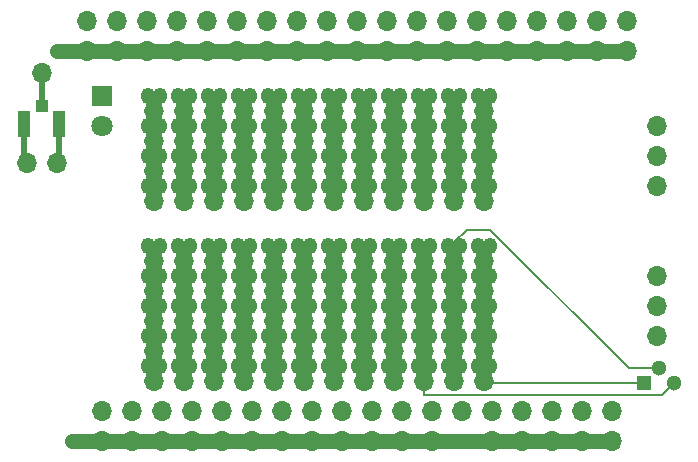
<source format=gbl>
G04 #@! TF.GenerationSoftware,KiCad,Pcbnew,5.0.2+dfsg1-1~bpo9+1*
G04 #@! TF.CreationDate,2020-03-24T03:03:07-04:00*
G04 #@! TF.ProjectId,attiny10,61747469-6e79-4313-902e-6b696361645f,0.10.a*
G04 #@! TF.SameCoordinates,Original*
G04 #@! TF.FileFunction,Copper,L2,Bot*
G04 #@! TF.FilePolarity,Positive*
%FSLAX46Y46*%
G04 Gerber Fmt 4.6, Leading zero omitted, Abs format (unit mm)*
G04 Created by KiCad (PCBNEW 5.0.2+dfsg1-1~bpo9+1) date Tue 24 Mar 2020 03:03:07 AM EDT*
%MOMM*%
%LPD*%
G01*
G04 APERTURE LIST*
G04 #@! TA.AperFunction,ComponentPad*
%ADD10O,1.700000X1.700000*%
G04 #@! TD*
G04 #@! TA.AperFunction,ComponentPad*
%ADD11O,1.200000X1.400000*%
G04 #@! TD*
G04 #@! TA.AperFunction,SMDPad,CuDef*
%ADD12R,1.050000X2.200000*%
G04 #@! TD*
G04 #@! TA.AperFunction,SMDPad,CuDef*
%ADD13R,1.000000X1.050000*%
G04 #@! TD*
G04 #@! TA.AperFunction,ComponentPad*
%ADD14C,1.800000*%
G04 #@! TD*
G04 #@! TA.AperFunction,ComponentPad*
%ADD15R,1.800000X1.800000*%
G04 #@! TD*
G04 #@! TA.AperFunction,ComponentPad*
%ADD16R,1.300000X1.300000*%
G04 #@! TD*
G04 #@! TA.AperFunction,ComponentPad*
%ADD17C,1.300000*%
G04 #@! TD*
G04 #@! TA.AperFunction,Conductor*
%ADD18C,0.406400*%
G04 #@! TD*
G04 #@! TA.AperFunction,Conductor*
%ADD19C,1.270000*%
G04 #@! TD*
G04 #@! TA.AperFunction,Conductor*
%ADD20C,0.508000*%
G04 #@! TD*
G04 #@! TA.AperFunction,Conductor*
%ADD21C,0.203200*%
G04 #@! TD*
G04 APERTURE END LIST*
D10*
G04 #@! TO.P,REF\002A\002A,1*
G04 #@! TO.N,N/C*
X85090000Y-93980000D03*
G04 #@! TD*
G04 #@! TO.P,REF\002A\002A,1*
G04 #@! TO.N,N/C*
X85090000Y-91440000D03*
G04 #@! TD*
G04 #@! TO.P,REF\002A\002A,1*
G04 #@! TO.N,N/C*
X85090000Y-88900000D03*
G04 #@! TD*
G04 #@! TO.P,REF\002A\002A,1*
G04 #@! TO.N,N/C*
X85090000Y-76200000D03*
G04 #@! TD*
G04 #@! TO.P,REF\002A\002A,1*
G04 #@! TO.N,N/C*
X85090000Y-78740000D03*
G04 #@! TD*
G04 #@! TO.P,REF\002A\002A,1*
G04 #@! TO.N,N/C*
X85090000Y-81280000D03*
G04 #@! TD*
G04 #@! TO.P,REF\002A\002A,1*
G04 #@! TO.N,N/C*
X33020000Y-71755000D03*
G04 #@! TD*
G04 #@! TO.P,REF\002A\002A,1*
G04 #@! TO.N,N/C*
X34290000Y-79375000D03*
G04 #@! TD*
G04 #@! TO.P,REF\002A\002A,1*
G04 #@! TO.N,N/C*
X31750000Y-79375000D03*
G04 #@! TD*
G04 #@! TO.P,REF\002A\002A,1*
G04 #@! TO.N,N/C*
X82550000Y-69850000D03*
G04 #@! TD*
G04 #@! TO.P,REF\002A\002A,1*
G04 #@! TO.N,N/C*
X69850000Y-67310000D03*
G04 #@! TD*
G04 #@! TO.P,REF\002A\002A,1*
G04 #@! TO.N,N/C*
X82550000Y-67310000D03*
G04 #@! TD*
G04 #@! TO.P,REF\002A\002A,1*
G04 #@! TO.N,N/C*
X72390000Y-69850000D03*
G04 #@! TD*
G04 #@! TO.P,REF\002A\002A,1*
G04 #@! TO.N,N/C*
X69850000Y-69850000D03*
G04 #@! TD*
G04 #@! TO.P,REF\002A\002A,1*
G04 #@! TO.N,N/C*
X74930000Y-67310000D03*
G04 #@! TD*
G04 #@! TO.P,REF\002A\002A,1*
G04 #@! TO.N,N/C*
X77470000Y-69850000D03*
G04 #@! TD*
G04 #@! TO.P,REF\002A\002A,1*
G04 #@! TO.N,N/C*
X77470000Y-67310000D03*
G04 #@! TD*
G04 #@! TO.P,REF\002A\002A,1*
G04 #@! TO.N,N/C*
X80010000Y-67310000D03*
G04 #@! TD*
G04 #@! TO.P,REF\002A\002A,1*
G04 #@! TO.N,N/C*
X72390000Y-67310000D03*
G04 #@! TD*
G04 #@! TO.P,REF\002A\002A,1*
G04 #@! TO.N,N/C*
X74930000Y-69850000D03*
G04 #@! TD*
G04 #@! TO.P,REF\002A\002A,1*
G04 #@! TO.N,N/C*
X80010000Y-69850000D03*
G04 #@! TD*
G04 #@! TO.P,REF\002A\002A,1*
G04 #@! TO.N,N/C*
X81280000Y-102870000D03*
G04 #@! TD*
G04 #@! TO.P,REF\002A\002A,1*
G04 #@! TO.N,N/C*
X76200000Y-102870000D03*
G04 #@! TD*
G04 #@! TO.P,REF\002A\002A,1*
G04 #@! TO.N,N/C*
X71120000Y-102870000D03*
G04 #@! TD*
G04 #@! TO.P,REF\002A\002A,1*
G04 #@! TO.N,N/C*
X78740000Y-102870000D03*
G04 #@! TD*
G04 #@! TO.P,REF\002A\002A,1*
G04 #@! TO.N,N/C*
X73660000Y-102870000D03*
G04 #@! TD*
G04 #@! TO.P,REF\002A\002A,1*
G04 #@! TO.N,N/C*
X73660000Y-100330000D03*
G04 #@! TD*
G04 #@! TO.P,REF\002A\002A,1*
G04 #@! TO.N,N/C*
X78740000Y-100330000D03*
G04 #@! TD*
G04 #@! TO.P,REF\002A\002A,1*
G04 #@! TO.N,N/C*
X81280000Y-100330000D03*
G04 #@! TD*
G04 #@! TO.P,REF\002A\002A,1*
G04 #@! TO.N,N/C*
X76200000Y-100330000D03*
G04 #@! TD*
G04 #@! TO.P,REF\002A\002A,1*
G04 #@! TO.N,N/C*
X71120000Y-100330000D03*
G04 #@! TD*
G04 #@! TO.P,REF\002A\002A,1*
G04 #@! TO.N,N/C*
X70485000Y-92710000D03*
G04 #@! TD*
G04 #@! TO.P,REF\002A\002A,1*
G04 #@! TO.N,N/C*
X70485000Y-80010000D03*
G04 #@! TD*
G04 #@! TO.P,REF\002A\002A,1*
G04 #@! TO.N,N/C*
X67945000Y-82550000D03*
G04 #@! TD*
G04 #@! TO.P,REF\002A\002A,1*
G04 #@! TO.N,N/C*
X65405000Y-82550000D03*
G04 #@! TD*
G04 #@! TO.P,REF\002A\002A,1*
G04 #@! TO.N,N/C*
X67945000Y-80010000D03*
G04 #@! TD*
G04 #@! TO.P,REF\002A\002A,1*
G04 #@! TO.N,N/C*
X67945000Y-77470000D03*
G04 #@! TD*
G04 #@! TO.P,REF\002A\002A,1*
G04 #@! TO.N,N/C*
X65405000Y-77470000D03*
G04 #@! TD*
G04 #@! TO.P,REF\002A\002A,1*
G04 #@! TO.N,N/C*
X62865000Y-80010000D03*
G04 #@! TD*
G04 #@! TO.P,REF\002A\002A,1*
G04 #@! TO.N,N/C*
X62865000Y-82550000D03*
G04 #@! TD*
G04 #@! TO.P,REF\002A\002A,1*
G04 #@! TO.N,N/C*
X62865000Y-74930000D03*
G04 #@! TD*
G04 #@! TO.P,REF\002A\002A,1*
G04 #@! TO.N,N/C*
X65405000Y-90170000D03*
G04 #@! TD*
G04 #@! TO.P,REF\002A\002A,1*
G04 #@! TO.N,N/C*
X67945000Y-74930000D03*
G04 #@! TD*
G04 #@! TO.P,REF\002A\002A,1*
G04 #@! TO.N,N/C*
X65405000Y-97790000D03*
G04 #@! TD*
G04 #@! TO.P,REF\002A\002A,1*
G04 #@! TO.N,N/C*
X62865000Y-87630000D03*
G04 #@! TD*
G04 #@! TO.P,REF\002A\002A,1*
G04 #@! TO.N,N/C*
X62865000Y-90170000D03*
G04 #@! TD*
G04 #@! TO.P,REF\002A\002A,1*
G04 #@! TO.N,N/C*
X67945000Y-95250000D03*
G04 #@! TD*
G04 #@! TO.P,REF\002A\002A,1*
G04 #@! TO.N,N/C*
X67945000Y-92710000D03*
G04 #@! TD*
G04 #@! TO.P,REF\002A\002A,1*
G04 #@! TO.N,N/C*
X70485000Y-97790000D03*
G04 #@! TD*
G04 #@! TO.P,REF\002A\002A,1*
G04 #@! TO.N,N/C*
X70485000Y-90170000D03*
G04 #@! TD*
G04 #@! TO.P,REF\002A\002A,1*
G04 #@! TO.N,N/C*
X70485000Y-74930000D03*
G04 #@! TD*
D11*
G04 #@! TO.P,P?,1*
G04 #@! TO.N,N/C*
X62330000Y-73660000D03*
G04 #@! TO.P,P?,2*
X63400000Y-73660000D03*
G04 #@! TO.P,P?,3*
X64870000Y-73660000D03*
G04 #@! TO.P,P?,4*
X65940000Y-73660000D03*
G04 #@! TO.P,P?,5*
X67410000Y-73660000D03*
G04 #@! TO.P,P?,6*
X68480000Y-73660000D03*
G04 #@! TO.P,P?,7*
X69950000Y-73660000D03*
G04 #@! TO.P,P?,8*
X71020000Y-73660000D03*
G04 #@! TD*
G04 #@! TO.P,P?,1*
G04 #@! TO.N,N/C*
X62330000Y-81280000D03*
G04 #@! TO.P,P?,2*
X63400000Y-81280000D03*
G04 #@! TO.P,P?,3*
X64870000Y-81280000D03*
G04 #@! TO.P,P?,4*
X65940000Y-81280000D03*
G04 #@! TO.P,P?,5*
X67410000Y-81280000D03*
G04 #@! TO.P,P?,6*
X68480000Y-81280000D03*
G04 #@! TO.P,P?,7*
X69950000Y-81280000D03*
G04 #@! TO.P,P?,8*
X71020000Y-81280000D03*
G04 #@! TD*
D10*
G04 #@! TO.P,REF\002A\002A,1*
G04 #@! TO.N,N/C*
X70485000Y-77470000D03*
G04 #@! TD*
G04 #@! TO.P,REF\002A\002A,1*
G04 #@! TO.N,N/C*
X70485000Y-95250000D03*
G04 #@! TD*
G04 #@! TO.P,REF\002A\002A,1*
G04 #@! TO.N,N/C*
X62865000Y-95250000D03*
G04 #@! TD*
D11*
G04 #@! TO.P,P?,1*
G04 #@! TO.N,N/C*
X62330000Y-76200000D03*
G04 #@! TO.P,P?,2*
X63400000Y-76200000D03*
G04 #@! TO.P,P?,3*
X64870000Y-76200000D03*
G04 #@! TO.P,P?,4*
X65940000Y-76200000D03*
G04 #@! TO.P,P?,5*
X67410000Y-76200000D03*
G04 #@! TO.P,P?,6*
X68480000Y-76200000D03*
G04 #@! TO.P,P?,7*
X69950000Y-76200000D03*
G04 #@! TO.P,P?,8*
X71020000Y-76200000D03*
G04 #@! TD*
D10*
G04 #@! TO.P,REF\002A\002A,1*
G04 #@! TO.N,N/C*
X62865000Y-92710000D03*
G04 #@! TD*
D11*
G04 #@! TO.P,P?,1*
G04 #@! TO.N,N/C*
X62330000Y-78740000D03*
G04 #@! TO.P,P?,2*
X63400000Y-78740000D03*
G04 #@! TO.P,P?,3*
X64870000Y-78740000D03*
G04 #@! TO.P,P?,4*
X65940000Y-78740000D03*
G04 #@! TO.P,P?,5*
X67410000Y-78740000D03*
G04 #@! TO.P,P?,6*
X68480000Y-78740000D03*
G04 #@! TO.P,P?,7*
X69950000Y-78740000D03*
G04 #@! TO.P,P?,8*
X71020000Y-78740000D03*
G04 #@! TD*
D10*
G04 #@! TO.P,REF\002A\002A,1*
G04 #@! TO.N,N/C*
X62865000Y-77470000D03*
G04 #@! TD*
G04 #@! TO.P,REF\002A\002A,1*
G04 #@! TO.N,N/C*
X65405000Y-95250000D03*
G04 #@! TD*
G04 #@! TO.P,REF\002A\002A,1*
G04 #@! TO.N,N/C*
X65405000Y-92710000D03*
G04 #@! TD*
G04 #@! TO.P,REF\002A\002A,1*
G04 #@! TO.N,N/C*
X67945000Y-97790000D03*
G04 #@! TD*
G04 #@! TO.P,REF\002A\002A,1*
G04 #@! TO.N,N/C*
X65405000Y-74930000D03*
G04 #@! TD*
G04 #@! TO.P,REF\002A\002A,1*
G04 #@! TO.N,N/C*
X62865000Y-97790000D03*
G04 #@! TD*
G04 #@! TO.P,REF\002A\002A,1*
G04 #@! TO.N,N/C*
X65405000Y-80010000D03*
G04 #@! TD*
G04 #@! TO.P,REF\002A\002A,1*
G04 #@! TO.N,N/C*
X67945000Y-90170000D03*
G04 #@! TD*
G04 #@! TO.P,REF\002A\002A,1*
G04 #@! TO.N,N/C*
X67945000Y-87630000D03*
G04 #@! TD*
D11*
G04 #@! TO.P,P?,8*
G04 #@! TO.N,N/C*
X71020000Y-88900000D03*
G04 #@! TO.P,P?,7*
X69950000Y-88900000D03*
G04 #@! TO.P,P?,6*
X68480000Y-88900000D03*
G04 #@! TO.P,P?,5*
X67410000Y-88900000D03*
G04 #@! TO.P,P?,4*
X65940000Y-88900000D03*
G04 #@! TO.P,P?,3*
X64870000Y-88900000D03*
G04 #@! TO.P,P?,2*
X63400000Y-88900000D03*
G04 #@! TO.P,P?,1*
X62330000Y-88900000D03*
G04 #@! TD*
G04 #@! TO.P,P?,8*
G04 #@! TO.N,N/C*
X71020000Y-96520000D03*
G04 #@! TO.P,P?,7*
X69950000Y-96520000D03*
G04 #@! TO.P,P?,6*
X68480000Y-96520000D03*
G04 #@! TO.P,P?,5*
X67410000Y-96520000D03*
G04 #@! TO.P,P?,4*
X65940000Y-96520000D03*
G04 #@! TO.P,P?,3*
X64870000Y-96520000D03*
G04 #@! TO.P,P?,2*
X63400000Y-96520000D03*
G04 #@! TO.P,P?,1*
X62330000Y-96520000D03*
G04 #@! TD*
G04 #@! TO.P,P?,8*
G04 #@! TO.N,N/C*
X71020000Y-86360000D03*
G04 #@! TO.P,P?,7*
X69950000Y-86360000D03*
G04 #@! TO.P,P?,6*
X68480000Y-86360000D03*
G04 #@! TO.P,P?,5*
X67410000Y-86360000D03*
G04 #@! TO.P,P?,4*
X65940000Y-86360000D03*
G04 #@! TO.P,P?,3*
X64870000Y-86360000D03*
G04 #@! TO.P,P?,2*
X63400000Y-86360000D03*
G04 #@! TO.P,P?,1*
X62330000Y-86360000D03*
G04 #@! TD*
G04 #@! TO.P,P?,8*
G04 #@! TO.N,N/C*
X71020000Y-93980000D03*
G04 #@! TO.P,P?,7*
X69950000Y-93980000D03*
G04 #@! TO.P,P?,6*
X68480000Y-93980000D03*
G04 #@! TO.P,P?,5*
X67410000Y-93980000D03*
G04 #@! TO.P,P?,4*
X65940000Y-93980000D03*
G04 #@! TO.P,P?,3*
X64870000Y-93980000D03*
G04 #@! TO.P,P?,2*
X63400000Y-93980000D03*
G04 #@! TO.P,P?,1*
X62330000Y-93980000D03*
G04 #@! TD*
D10*
G04 #@! TO.P,REF\002A\002A,1*
G04 #@! TO.N,N/C*
X70485000Y-82550000D03*
G04 #@! TD*
D11*
G04 #@! TO.P,P?,8*
G04 #@! TO.N,N/C*
X71020000Y-91440000D03*
G04 #@! TO.P,P?,7*
X69950000Y-91440000D03*
G04 #@! TO.P,P?,6*
X68480000Y-91440000D03*
G04 #@! TO.P,P?,5*
X67410000Y-91440000D03*
G04 #@! TO.P,P?,4*
X65940000Y-91440000D03*
G04 #@! TO.P,P?,3*
X64870000Y-91440000D03*
G04 #@! TO.P,P?,2*
X63400000Y-91440000D03*
G04 #@! TO.P,P?,1*
X62330000Y-91440000D03*
G04 #@! TD*
D10*
G04 #@! TO.P,REF\002A\002A,1*
G04 #@! TO.N,N/C*
X65405000Y-87630000D03*
G04 #@! TD*
G04 #@! TO.P,REF\002A\002A,1*
G04 #@! TO.N,N/C*
X70485000Y-87630000D03*
G04 #@! TD*
G04 #@! TO.P,REF\002A\002A,1*
G04 #@! TO.N,N/C*
X50165000Y-77470000D03*
G04 #@! TD*
G04 #@! TO.P,REF\002A\002A,1*
G04 #@! TO.N,N/C*
X52705000Y-82550000D03*
G04 #@! TD*
G04 #@! TO.P,REF\002A\002A,1*
G04 #@! TO.N,N/C*
X52705000Y-80010000D03*
G04 #@! TD*
G04 #@! TO.P,REF\002A\002A,1*
G04 #@! TO.N,N/C*
X57785000Y-82550000D03*
G04 #@! TD*
G04 #@! TO.P,REF\002A\002A,1*
G04 #@! TO.N,N/C*
X45085000Y-74930000D03*
G04 #@! TD*
G04 #@! TO.P,REF\002A\002A,1*
G04 #@! TO.N,N/C*
X57785000Y-74930000D03*
G04 #@! TD*
G04 #@! TO.P,REF\002A\002A,1*
G04 #@! TO.N,N/C*
X45085000Y-82550000D03*
G04 #@! TD*
G04 #@! TO.P,REF\002A\002A,1*
G04 #@! TO.N,N/C*
X42545000Y-74930000D03*
G04 #@! TD*
G04 #@! TO.P,REF\002A\002A,1*
G04 #@! TO.N,N/C*
X47625000Y-80010000D03*
G04 #@! TD*
G04 #@! TO.P,REF\002A\002A,1*
G04 #@! TO.N,N/C*
X47625000Y-77470000D03*
G04 #@! TD*
G04 #@! TO.P,REF\002A\002A,1*
G04 #@! TO.N,N/C*
X50165000Y-82550000D03*
G04 #@! TD*
G04 #@! TO.P,REF\002A\002A,1*
G04 #@! TO.N,N/C*
X50165000Y-74930000D03*
G04 #@! TD*
G04 #@! TO.P,REF\002A\002A,1*
G04 #@! TO.N,N/C*
X57785000Y-77470000D03*
G04 #@! TD*
G04 #@! TO.P,REF\002A\002A,1*
G04 #@! TO.N,N/C*
X55245000Y-77470000D03*
G04 #@! TD*
G04 #@! TO.P,REF\002A\002A,1*
G04 #@! TO.N,N/C*
X55245000Y-74930000D03*
G04 #@! TD*
G04 #@! TO.P,REF\002A\002A,1*
G04 #@! TO.N,N/C*
X50165000Y-80010000D03*
G04 #@! TD*
G04 #@! TO.P,REF\002A\002A,1*
G04 #@! TO.N,N/C*
X42545000Y-80010000D03*
G04 #@! TD*
G04 #@! TO.P,REF\002A\002A,1*
G04 #@! TO.N,N/C*
X42545000Y-77470000D03*
G04 #@! TD*
G04 #@! TO.P,REF\002A\002A,1*
G04 #@! TO.N,N/C*
X55245000Y-80010000D03*
G04 #@! TD*
G04 #@! TO.P,REF\002A\002A,1*
G04 #@! TO.N,N/C*
X60325000Y-82550000D03*
G04 #@! TD*
G04 #@! TO.P,REF\002A\002A,1*
G04 #@! TO.N,N/C*
X60325000Y-74930000D03*
G04 #@! TD*
G04 #@! TO.P,REF\002A\002A,1*
G04 #@! TO.N,N/C*
X60325000Y-80010000D03*
G04 #@! TD*
G04 #@! TO.P,REF\002A\002A,1*
G04 #@! TO.N,N/C*
X52705000Y-77470000D03*
G04 #@! TD*
D11*
G04 #@! TO.P,P?,1*
G04 #@! TO.N,N/C*
X52170000Y-76200000D03*
G04 #@! TO.P,P?,2*
X53240000Y-76200000D03*
G04 #@! TO.P,P?,3*
X54710000Y-76200000D03*
G04 #@! TO.P,P?,4*
X55780000Y-76200000D03*
G04 #@! TO.P,P?,5*
X57250000Y-76200000D03*
G04 #@! TO.P,P?,6*
X58320000Y-76200000D03*
G04 #@! TO.P,P?,7*
X59790000Y-76200000D03*
G04 #@! TO.P,P?,8*
X60860000Y-76200000D03*
G04 #@! TD*
D10*
G04 #@! TO.P,REF\002A\002A,1*
G04 #@! TO.N,N/C*
X55245000Y-82550000D03*
G04 #@! TD*
G04 #@! TO.P,REF\002A\002A,1*
G04 #@! TO.N,N/C*
X57785000Y-80010000D03*
G04 #@! TD*
D11*
G04 #@! TO.P,P?,1*
G04 #@! TO.N,N/C*
X52170000Y-73660000D03*
G04 #@! TO.P,P?,2*
X53240000Y-73660000D03*
G04 #@! TO.P,P?,3*
X54710000Y-73660000D03*
G04 #@! TO.P,P?,4*
X55780000Y-73660000D03*
G04 #@! TO.P,P?,5*
X57250000Y-73660000D03*
G04 #@! TO.P,P?,6*
X58320000Y-73660000D03*
G04 #@! TO.P,P?,7*
X59790000Y-73660000D03*
G04 #@! TO.P,P?,8*
X60860000Y-73660000D03*
G04 #@! TD*
G04 #@! TO.P,P?,1*
G04 #@! TO.N,N/C*
X52170000Y-81280000D03*
G04 #@! TO.P,P?,2*
X53240000Y-81280000D03*
G04 #@! TO.P,P?,3*
X54710000Y-81280000D03*
G04 #@! TO.P,P?,4*
X55780000Y-81280000D03*
G04 #@! TO.P,P?,5*
X57250000Y-81280000D03*
G04 #@! TO.P,P?,6*
X58320000Y-81280000D03*
G04 #@! TO.P,P?,7*
X59790000Y-81280000D03*
G04 #@! TO.P,P?,8*
X60860000Y-81280000D03*
G04 #@! TD*
D10*
G04 #@! TO.P,REF\002A\002A,1*
G04 #@! TO.N,N/C*
X45085000Y-80010000D03*
G04 #@! TD*
G04 #@! TO.P,REF\002A\002A,1*
G04 #@! TO.N,N/C*
X45085000Y-77470000D03*
G04 #@! TD*
D11*
G04 #@! TO.P,P?,1*
G04 #@! TO.N,N/C*
X52170000Y-78740000D03*
G04 #@! TO.P,P?,2*
X53240000Y-78740000D03*
G04 #@! TO.P,P?,3*
X54710000Y-78740000D03*
G04 #@! TO.P,P?,4*
X55780000Y-78740000D03*
G04 #@! TO.P,P?,5*
X57250000Y-78740000D03*
G04 #@! TO.P,P?,6*
X58320000Y-78740000D03*
G04 #@! TO.P,P?,7*
X59790000Y-78740000D03*
G04 #@! TO.P,P?,8*
X60860000Y-78740000D03*
G04 #@! TD*
D10*
G04 #@! TO.P,REF\002A\002A,1*
G04 #@! TO.N,N/C*
X47625000Y-82550000D03*
G04 #@! TD*
G04 #@! TO.P,REF\002A\002A,1*
G04 #@! TO.N,N/C*
X42545000Y-82550000D03*
G04 #@! TD*
G04 #@! TO.P,REF\002A\002A,1*
G04 #@! TO.N,N/C*
X47625000Y-74930000D03*
G04 #@! TD*
G04 #@! TO.P,REF\002A\002A,1*
G04 #@! TO.N,N/C*
X52705000Y-74930000D03*
G04 #@! TD*
G04 #@! TO.P,REF\002A\002A,1*
G04 #@! TO.N,N/C*
X60325000Y-77470000D03*
G04 #@! TD*
D11*
G04 #@! TO.P,P?,8*
G04 #@! TO.N,N/C*
X50700000Y-73660000D03*
G04 #@! TO.P,P?,7*
X49630000Y-73660000D03*
G04 #@! TO.P,P?,6*
X48160000Y-73660000D03*
G04 #@! TO.P,P?,5*
X47090000Y-73660000D03*
G04 #@! TO.P,P?,4*
X45620000Y-73660000D03*
G04 #@! TO.P,P?,3*
X44550000Y-73660000D03*
G04 #@! TO.P,P?,2*
X43080000Y-73660000D03*
G04 #@! TO.P,P?,1*
X42010000Y-73660000D03*
G04 #@! TD*
G04 #@! TO.P,P?,8*
G04 #@! TO.N,N/C*
X50700000Y-81280000D03*
G04 #@! TO.P,P?,7*
X49630000Y-81280000D03*
G04 #@! TO.P,P?,6*
X48160000Y-81280000D03*
G04 #@! TO.P,P?,5*
X47090000Y-81280000D03*
G04 #@! TO.P,P?,4*
X45620000Y-81280000D03*
G04 #@! TO.P,P?,3*
X44550000Y-81280000D03*
G04 #@! TO.P,P?,2*
X43080000Y-81280000D03*
G04 #@! TO.P,P?,1*
X42010000Y-81280000D03*
G04 #@! TD*
G04 #@! TO.P,P?,8*
G04 #@! TO.N,N/C*
X50700000Y-78740000D03*
G04 #@! TO.P,P?,7*
X49630000Y-78740000D03*
G04 #@! TO.P,P?,6*
X48160000Y-78740000D03*
G04 #@! TO.P,P?,5*
X47090000Y-78740000D03*
G04 #@! TO.P,P?,4*
X45620000Y-78740000D03*
G04 #@! TO.P,P?,3*
X44550000Y-78740000D03*
G04 #@! TO.P,P?,2*
X43080000Y-78740000D03*
G04 #@! TO.P,P?,1*
X42010000Y-78740000D03*
G04 #@! TD*
G04 #@! TO.P,P?,8*
G04 #@! TO.N,N/C*
X50700000Y-76200000D03*
G04 #@! TO.P,P?,7*
X49630000Y-76200000D03*
G04 #@! TO.P,P?,6*
X48160000Y-76200000D03*
G04 #@! TO.P,P?,5*
X47090000Y-76200000D03*
G04 #@! TO.P,P?,4*
X45620000Y-76200000D03*
G04 #@! TO.P,P?,3*
X44550000Y-76200000D03*
G04 #@! TO.P,P?,2*
X43080000Y-76200000D03*
G04 #@! TO.P,P?,1*
X42010000Y-76200000D03*
G04 #@! TD*
D10*
G04 #@! TO.P,REF\002A\002A,1*
G04 #@! TO.N,N/C*
X60325000Y-92710000D03*
G04 #@! TD*
G04 #@! TO.P,REF\002A\002A,1*
G04 #@! TO.N,N/C*
X55245000Y-90170000D03*
G04 #@! TD*
G04 #@! TO.P,REF\002A\002A,1*
G04 #@! TO.N,N/C*
X55245000Y-97790000D03*
G04 #@! TD*
G04 #@! TO.P,REF\002A\002A,1*
G04 #@! TO.N,N/C*
X52705000Y-87630000D03*
G04 #@! TD*
G04 #@! TO.P,REF\002A\002A,1*
G04 #@! TO.N,N/C*
X52705000Y-90170000D03*
G04 #@! TD*
G04 #@! TO.P,REF\002A\002A,1*
G04 #@! TO.N,N/C*
X57785000Y-95250000D03*
G04 #@! TD*
G04 #@! TO.P,REF\002A\002A,1*
G04 #@! TO.N,N/C*
X57785000Y-92710000D03*
G04 #@! TD*
G04 #@! TO.P,REF\002A\002A,1*
G04 #@! TO.N,N/C*
X60325000Y-97790000D03*
G04 #@! TD*
G04 #@! TO.P,REF\002A\002A,1*
G04 #@! TO.N,N/C*
X60325000Y-90170000D03*
G04 #@! TD*
G04 #@! TO.P,REF\002A\002A,1*
G04 #@! TO.N,N/C*
X60325000Y-95250000D03*
G04 #@! TD*
G04 #@! TO.P,REF\002A\002A,1*
G04 #@! TO.N,N/C*
X52705000Y-95250000D03*
G04 #@! TD*
G04 #@! TO.P,REF\002A\002A,1*
G04 #@! TO.N,N/C*
X52705000Y-92710000D03*
G04 #@! TD*
G04 #@! TO.P,REF\002A\002A,1*
G04 #@! TO.N,N/C*
X55245000Y-95250000D03*
G04 #@! TD*
G04 #@! TO.P,REF\002A\002A,1*
G04 #@! TO.N,N/C*
X55245000Y-92710000D03*
G04 #@! TD*
G04 #@! TO.P,REF\002A\002A,1*
G04 #@! TO.N,N/C*
X57785000Y-97790000D03*
G04 #@! TD*
G04 #@! TO.P,REF\002A\002A,1*
G04 #@! TO.N,N/C*
X52705000Y-97790000D03*
G04 #@! TD*
G04 #@! TO.P,REF\002A\002A,1*
G04 #@! TO.N,N/C*
X57785000Y-90170000D03*
G04 #@! TD*
G04 #@! TO.P,REF\002A\002A,1*
G04 #@! TO.N,N/C*
X57785000Y-87630000D03*
G04 #@! TD*
D11*
G04 #@! TO.P,P?,8*
G04 #@! TO.N,N/C*
X60860000Y-88900000D03*
G04 #@! TO.P,P?,7*
X59790000Y-88900000D03*
G04 #@! TO.P,P?,6*
X58320000Y-88900000D03*
G04 #@! TO.P,P?,5*
X57250000Y-88900000D03*
G04 #@! TO.P,P?,4*
X55780000Y-88900000D03*
G04 #@! TO.P,P?,3*
X54710000Y-88900000D03*
G04 #@! TO.P,P?,2*
X53240000Y-88900000D03*
G04 #@! TO.P,P?,1*
X52170000Y-88900000D03*
G04 #@! TD*
G04 #@! TO.P,P?,8*
G04 #@! TO.N,N/C*
X60860000Y-96520000D03*
G04 #@! TO.P,P?,7*
X59790000Y-96520000D03*
G04 #@! TO.P,P?,6*
X58320000Y-96520000D03*
G04 #@! TO.P,P?,5*
X57250000Y-96520000D03*
G04 #@! TO.P,P?,4*
X55780000Y-96520000D03*
G04 #@! TO.P,P?,3*
X54710000Y-96520000D03*
G04 #@! TO.P,P?,2*
X53240000Y-96520000D03*
G04 #@! TO.P,P?,1*
X52170000Y-96520000D03*
G04 #@! TD*
G04 #@! TO.P,P?,8*
G04 #@! TO.N,N/C*
X60860000Y-86360000D03*
G04 #@! TO.P,P?,7*
X59790000Y-86360000D03*
G04 #@! TO.P,P?,6*
X58320000Y-86360000D03*
G04 #@! TO.P,P?,5*
X57250000Y-86360000D03*
G04 #@! TO.P,P?,4*
X55780000Y-86360000D03*
G04 #@! TO.P,P?,3*
X54710000Y-86360000D03*
G04 #@! TO.P,P?,2*
X53240000Y-86360000D03*
G04 #@! TO.P,P?,1*
X52170000Y-86360000D03*
G04 #@! TD*
G04 #@! TO.P,P?,8*
G04 #@! TO.N,N/C*
X60860000Y-93980000D03*
G04 #@! TO.P,P?,7*
X59790000Y-93980000D03*
G04 #@! TO.P,P?,6*
X58320000Y-93980000D03*
G04 #@! TO.P,P?,5*
X57250000Y-93980000D03*
G04 #@! TO.P,P?,4*
X55780000Y-93980000D03*
G04 #@! TO.P,P?,3*
X54710000Y-93980000D03*
G04 #@! TO.P,P?,2*
X53240000Y-93980000D03*
G04 #@! TO.P,P?,1*
X52170000Y-93980000D03*
G04 #@! TD*
G04 #@! TO.P,P?,8*
G04 #@! TO.N,N/C*
X60860000Y-91440000D03*
G04 #@! TO.P,P?,7*
X59790000Y-91440000D03*
G04 #@! TO.P,P?,6*
X58320000Y-91440000D03*
G04 #@! TO.P,P?,5*
X57250000Y-91440000D03*
G04 #@! TO.P,P?,4*
X55780000Y-91440000D03*
G04 #@! TO.P,P?,3*
X54710000Y-91440000D03*
G04 #@! TO.P,P?,2*
X53240000Y-91440000D03*
G04 #@! TO.P,P?,1*
X52170000Y-91440000D03*
G04 #@! TD*
D10*
G04 #@! TO.P,REF\002A\002A,1*
G04 #@! TO.N,N/C*
X55245000Y-87630000D03*
G04 #@! TD*
G04 #@! TO.P,REF\002A\002A,1*
G04 #@! TO.N,N/C*
X60325000Y-87630000D03*
G04 #@! TD*
G04 #@! TO.P,REF\002A\002A,1*
G04 #@! TO.N,N/C*
X50165000Y-95250000D03*
G04 #@! TD*
G04 #@! TO.P,REF\002A\002A,1*
G04 #@! TO.N,N/C*
X50165000Y-92710000D03*
G04 #@! TD*
G04 #@! TO.P,REF\002A\002A,1*
G04 #@! TO.N,N/C*
X50165000Y-97790000D03*
G04 #@! TD*
G04 #@! TO.P,REF\002A\002A,1*
G04 #@! TO.N,N/C*
X50165000Y-90170000D03*
G04 #@! TD*
G04 #@! TO.P,REF\002A\002A,1*
G04 #@! TO.N,N/C*
X50165000Y-87630000D03*
G04 #@! TD*
G04 #@! TO.P,REF\002A\002A,1*
G04 #@! TO.N,N/C*
X47625000Y-90170000D03*
G04 #@! TD*
G04 #@! TO.P,REF\002A\002A,1*
G04 #@! TO.N,N/C*
X47625000Y-97790000D03*
G04 #@! TD*
G04 #@! TO.P,REF\002A\002A,1*
G04 #@! TO.N,N/C*
X47625000Y-95250000D03*
G04 #@! TD*
G04 #@! TO.P,REF\002A\002A,1*
G04 #@! TO.N,N/C*
X47625000Y-92710000D03*
G04 #@! TD*
G04 #@! TO.P,REF\002A\002A,1*
G04 #@! TO.N,N/C*
X47625000Y-87630000D03*
G04 #@! TD*
G04 #@! TO.P,REF\002A\002A,1*
G04 #@! TO.N,N/C*
X45085000Y-87630000D03*
G04 #@! TD*
G04 #@! TO.P,REF\002A\002A,1*
G04 #@! TO.N,N/C*
X45085000Y-90170000D03*
G04 #@! TD*
G04 #@! TO.P,REF\002A\002A,1*
G04 #@! TO.N,N/C*
X45085000Y-95250000D03*
G04 #@! TD*
G04 #@! TO.P,REF\002A\002A,1*
G04 #@! TO.N,N/C*
X45085000Y-92710000D03*
G04 #@! TD*
G04 #@! TO.P,REF\002A\002A,1*
G04 #@! TO.N,N/C*
X45085000Y-97790000D03*
G04 #@! TD*
G04 #@! TO.P,REF\002A\002A,1*
G04 #@! TO.N,N/C*
X42545000Y-97790000D03*
G04 #@! TD*
G04 #@! TO.P,REF\002A\002A,1*
G04 #@! TO.N,N/C*
X42545000Y-95250000D03*
G04 #@! TD*
G04 #@! TO.P,REF\002A\002A,1*
G04 #@! TO.N,N/C*
X42545000Y-92710000D03*
G04 #@! TD*
G04 #@! TO.P,REF\002A\002A,1*
G04 #@! TO.N,N/C*
X42545000Y-90170000D03*
G04 #@! TD*
G04 #@! TO.P,REF\002A\002A,1*
G04 #@! TO.N,N/C*
X42545000Y-87630000D03*
G04 #@! TD*
G04 #@! TO.P,REF\002A\002A,1*
G04 #@! TO.N,N/C*
X59690000Y-67310000D03*
G04 #@! TD*
G04 #@! TO.P,REF\002A\002A,1*
G04 #@! TO.N,N/C*
X54610000Y-67310000D03*
G04 #@! TD*
G04 #@! TO.P,REF\002A\002A,1*
G04 #@! TO.N,N/C*
X44450000Y-69850000D03*
G04 #@! TD*
G04 #@! TO.P,REF\002A\002A,1*
G04 #@! TO.N,N/C*
X67310000Y-69850000D03*
G04 #@! TD*
G04 #@! TO.P,REF\002A\002A,1*
G04 #@! TO.N,N/C*
X67310000Y-67310000D03*
G04 #@! TD*
G04 #@! TO.P,REF\002A\002A,1*
G04 #@! TO.N,N/C*
X49530000Y-67310000D03*
G04 #@! TD*
G04 #@! TO.P,REF\002A\002A,1*
G04 #@! TO.N,N/C*
X39370000Y-69850000D03*
G04 #@! TD*
G04 #@! TO.P,REF\002A\002A,1*
G04 #@! TO.N,N/C*
X59690000Y-69850000D03*
G04 #@! TD*
G04 #@! TO.P,REF\002A\002A,1*
G04 #@! TO.N,N/C*
X54610000Y-69850000D03*
G04 #@! TD*
G04 #@! TO.P,REF\002A\002A,1*
G04 #@! TO.N,N/C*
X52070000Y-67310000D03*
G04 #@! TD*
G04 #@! TO.P,REF\002A\002A,1*
G04 #@! TO.N,N/C*
X36830000Y-67310000D03*
G04 #@! TD*
G04 #@! TO.P,REF\002A\002A,1*
G04 #@! TO.N,N/C*
X62230000Y-69850000D03*
G04 #@! TD*
G04 #@! TO.P,REF\002A\002A,1*
G04 #@! TO.N,N/C*
X41910000Y-69850000D03*
G04 #@! TD*
G04 #@! TO.P,REF\002A\002A,1*
G04 #@! TO.N,N/C*
X57150000Y-69850000D03*
G04 #@! TD*
G04 #@! TO.P,REF\002A\002A,1*
G04 #@! TO.N,N/C*
X64770000Y-69850000D03*
G04 #@! TD*
G04 #@! TO.P,REF\002A\002A,1*
G04 #@! TO.N,N/C*
X36830000Y-69850000D03*
G04 #@! TD*
G04 #@! TO.P,REF\002A\002A,1*
G04 #@! TO.N,N/C*
X49530000Y-69850000D03*
G04 #@! TD*
G04 #@! TO.P,REF\002A\002A,1*
G04 #@! TO.N,N/C*
X41910000Y-67310000D03*
G04 #@! TD*
G04 #@! TO.P,REF\002A\002A,1*
G04 #@! TO.N,N/C*
X57150000Y-67310000D03*
G04 #@! TD*
G04 #@! TO.P,REF\002A\002A,1*
G04 #@! TO.N,N/C*
X44450000Y-67310000D03*
G04 #@! TD*
G04 #@! TO.P,REF\002A\002A,1*
G04 #@! TO.N,N/C*
X62230000Y-67310000D03*
G04 #@! TD*
G04 #@! TO.P,REF\002A\002A,1*
G04 #@! TO.N,N/C*
X39370000Y-67310000D03*
G04 #@! TD*
G04 #@! TO.P,REF\002A\002A,1*
G04 #@! TO.N,N/C*
X64770000Y-67310000D03*
G04 #@! TD*
G04 #@! TO.P,REF\002A\002A,1*
G04 #@! TO.N,N/C*
X46990000Y-67310000D03*
G04 #@! TD*
G04 #@! TO.P,REF\002A\002A,1*
G04 #@! TO.N,N/C*
X52070000Y-69850000D03*
G04 #@! TD*
G04 #@! TO.P,REF\002A\002A,1*
G04 #@! TO.N,N/C*
X46990000Y-69850000D03*
G04 #@! TD*
G04 #@! TO.P,REF\002A\002A,1*
G04 #@! TO.N,N/C*
X66040000Y-102870000D03*
G04 #@! TD*
G04 #@! TO.P,REF\002A\002A,1*
G04 #@! TO.N,N/C*
X60960000Y-102870000D03*
G04 #@! TD*
G04 #@! TO.P,REF\002A\002A,1*
G04 #@! TO.N,N/C*
X55880000Y-102870000D03*
G04 #@! TD*
G04 #@! TO.P,REF\002A\002A,1*
G04 #@! TO.N,N/C*
X58420000Y-100330000D03*
G04 #@! TD*
G04 #@! TO.P,REF\002A\002A,1*
G04 #@! TO.N,N/C*
X63500000Y-102870000D03*
G04 #@! TD*
G04 #@! TO.P,REF\002A\002A,1*
G04 #@! TO.N,N/C*
X58420000Y-102870000D03*
G04 #@! TD*
G04 #@! TO.P,REF\002A\002A,1*
G04 #@! TO.N,N/C*
X63500000Y-100330000D03*
G04 #@! TD*
G04 #@! TO.P,REF\002A\002A,1*
G04 #@! TO.N,N/C*
X66040000Y-100330000D03*
G04 #@! TD*
G04 #@! TO.P,REF\002A\002A,1*
G04 #@! TO.N,N/C*
X60960000Y-100330000D03*
G04 #@! TD*
G04 #@! TO.P,REF\002A\002A,1*
G04 #@! TO.N,N/C*
X68580000Y-100330000D03*
G04 #@! TD*
G04 #@! TO.P,REF\002A\002A,1*
G04 #@! TO.N,N/C*
X55880000Y-100330000D03*
G04 #@! TD*
G04 #@! TO.P,REF\002A\002A,1*
G04 #@! TO.N,N/C*
X50800000Y-102870000D03*
G04 #@! TD*
G04 #@! TO.P,REF\002A\002A,1*
G04 #@! TO.N,N/C*
X45720000Y-102870000D03*
G04 #@! TD*
G04 #@! TO.P,REF\002A\002A,1*
G04 #@! TO.N,N/C*
X48260000Y-100330000D03*
G04 #@! TD*
G04 #@! TO.P,REF\002A\002A,1*
G04 #@! TO.N,N/C*
X53340000Y-102870000D03*
G04 #@! TD*
G04 #@! TO.P,REF\002A\002A,1*
G04 #@! TO.N,N/C*
X48260000Y-102870000D03*
G04 #@! TD*
G04 #@! TO.P,REF\002A\002A,1*
G04 #@! TO.N,N/C*
X53340000Y-100330000D03*
G04 #@! TD*
G04 #@! TO.P,REF\002A\002A,1*
G04 #@! TO.N,N/C*
X50800000Y-100330000D03*
G04 #@! TD*
G04 #@! TO.P,REF\002A\002A,1*
G04 #@! TO.N,N/C*
X45720000Y-100330000D03*
G04 #@! TD*
G04 #@! TO.P,REF\002A\002A,1*
G04 #@! TO.N,N/C*
X38100000Y-102870000D03*
G04 #@! TD*
G04 #@! TO.P,REF\002A\002A,1*
G04 #@! TO.N,N/C*
X43180000Y-102870000D03*
G04 #@! TD*
G04 #@! TO.P,REF\002A\002A,1*
G04 #@! TO.N,N/C*
X40640000Y-102870000D03*
G04 #@! TD*
G04 #@! TO.P,REF\002A\002A,1*
G04 #@! TO.N,N/C*
X43180000Y-100330000D03*
G04 #@! TD*
G04 #@! TO.P,REF\002A\002A,1*
G04 #@! TO.N,N/C*
X40640000Y-100330000D03*
G04 #@! TD*
G04 #@! TO.P,REF\002A\002A,1*
G04 #@! TO.N,N/C*
X38100000Y-100330000D03*
G04 #@! TD*
D11*
G04 #@! TO.P,P?,1*
G04 #@! TO.N,N/C*
X42010000Y-96520000D03*
G04 #@! TO.P,P?,2*
X43080000Y-96520000D03*
G04 #@! TO.P,P?,3*
X44550000Y-96520000D03*
G04 #@! TO.P,P?,4*
X45620000Y-96520000D03*
G04 #@! TO.P,P?,5*
X47090000Y-96520000D03*
G04 #@! TO.P,P?,6*
X48160000Y-96520000D03*
G04 #@! TO.P,P?,7*
X49630000Y-96520000D03*
G04 #@! TO.P,P?,8*
X50700000Y-96520000D03*
G04 #@! TD*
G04 #@! TO.P,P?,1*
G04 #@! TO.N,N/C*
X42010000Y-93980000D03*
G04 #@! TO.P,P?,2*
X43080000Y-93980000D03*
G04 #@! TO.P,P?,3*
X44550000Y-93980000D03*
G04 #@! TO.P,P?,4*
X45620000Y-93980000D03*
G04 #@! TO.P,P?,5*
X47090000Y-93980000D03*
G04 #@! TO.P,P?,6*
X48160000Y-93980000D03*
G04 #@! TO.P,P?,7*
X49630000Y-93980000D03*
G04 #@! TO.P,P?,8*
X50700000Y-93980000D03*
G04 #@! TD*
G04 #@! TO.P,P?,1*
G04 #@! TO.N,N/C*
X42010000Y-91440000D03*
G04 #@! TO.P,P?,2*
X43080000Y-91440000D03*
G04 #@! TO.P,P?,3*
X44550000Y-91440000D03*
G04 #@! TO.P,P?,4*
X45620000Y-91440000D03*
G04 #@! TO.P,P?,5*
X47090000Y-91440000D03*
G04 #@! TO.P,P?,6*
X48160000Y-91440000D03*
G04 #@! TO.P,P?,7*
X49630000Y-91440000D03*
G04 #@! TO.P,P?,8*
X50700000Y-91440000D03*
G04 #@! TD*
G04 #@! TO.P,P?,1*
G04 #@! TO.N,N/C*
X42010000Y-88900000D03*
G04 #@! TO.P,P?,2*
X43080000Y-88900000D03*
G04 #@! TO.P,P?,3*
X44550000Y-88900000D03*
G04 #@! TO.P,P?,4*
X45620000Y-88900000D03*
G04 #@! TO.P,P?,5*
X47090000Y-88900000D03*
G04 #@! TO.P,P?,6*
X48160000Y-88900000D03*
G04 #@! TO.P,P?,7*
X49630000Y-88900000D03*
G04 #@! TO.P,P?,8*
X50700000Y-88900000D03*
G04 #@! TD*
G04 #@! TO.P,P?,1*
G04 #@! TO.N,N/C*
X42010000Y-86360000D03*
G04 #@! TO.P,P?,2*
X43080000Y-86360000D03*
G04 #@! TO.P,P?,3*
X44550000Y-86360000D03*
G04 #@! TO.P,P?,4*
X45620000Y-86360000D03*
G04 #@! TO.P,P?,5*
X47090000Y-86360000D03*
G04 #@! TO.P,P?,6*
X48160000Y-86360000D03*
G04 #@! TO.P,P?,7*
X49630000Y-86360000D03*
G04 #@! TO.P,P?,8*
X50700000Y-86360000D03*
G04 #@! TD*
D12*
G04 #@! TO.P,REF882,2*
G04 #@! TO.N,N/C*
X31545000Y-76040000D03*
D13*
G04 #@! TO.P,REF882,1*
X33020000Y-74515000D03*
D12*
G04 #@! TO.P,REF882,2*
X34495000Y-76040000D03*
G04 #@! TD*
D14*
G04 #@! TO.P,REF100552,2*
G04 #@! TO.N,N/C*
X38100000Y-76200000D03*
D15*
G04 #@! TO.P,REF100552,1*
X38100000Y-73660000D03*
G04 #@! TD*
D16*
G04 #@! TO.P,REF\002A\002A,1*
G04 #@! TO.N,N/C*
X84000000Y-98000000D03*
D17*
G04 #@! TO.P,REF\002A\002A,3*
X86540000Y-98000000D03*
G04 #@! TO.P,REF\002A\002A,2*
X85270000Y-96730000D03*
G04 #@! TD*
D18*
G04 #@! TO.N,*
X42545000Y-86995000D02*
X41910000Y-86360000D01*
X42545000Y-97790000D02*
X42545000Y-86995000D01*
X45085000Y-86995000D02*
X44450000Y-86360000D01*
X45085000Y-97790000D02*
X45085000Y-86995000D01*
X47625000Y-86995000D02*
X46990000Y-86360000D01*
X47625000Y-97790000D02*
X47625000Y-86995000D01*
X50165000Y-86995000D02*
X49530000Y-86360000D01*
X50165000Y-97790000D02*
X50165000Y-86995000D01*
X43180000Y-86360000D02*
X42545000Y-86995000D01*
X45085000Y-86995000D02*
X45720000Y-86360000D01*
X45085000Y-87630000D02*
X45085000Y-86995000D01*
X47625000Y-86995000D02*
X48260000Y-86360000D01*
X47625000Y-87630000D02*
X47625000Y-86995000D01*
X50165000Y-86995000D02*
X50800000Y-86360000D01*
X50165000Y-87630000D02*
X50165000Y-86995000D01*
X41910000Y-88900000D02*
X43180000Y-88900000D01*
X44450000Y-88900000D02*
X45720000Y-88900000D01*
X45720000Y-91440000D02*
X44450000Y-91440000D01*
X43180000Y-91440000D02*
X41910000Y-91440000D01*
X41910000Y-93980000D02*
X43180000Y-93980000D01*
X44450000Y-93980000D02*
X45720000Y-93980000D01*
X45720000Y-96520000D02*
X44450000Y-96520000D01*
X43180000Y-96520000D02*
X41910000Y-96520000D01*
X46990000Y-96520000D02*
X48260000Y-96520000D01*
X48260000Y-93980000D02*
X46990000Y-93980000D01*
X46990000Y-91440000D02*
X48260000Y-91440000D01*
X48260000Y-88900000D02*
X46990000Y-88900000D01*
X49530000Y-88900000D02*
X50800000Y-88900000D01*
X50800000Y-91440000D02*
X49530000Y-91440000D01*
X49530000Y-93980000D02*
X50800000Y-93980000D01*
X50800000Y-96520000D02*
X49530000Y-96520000D01*
D19*
X66040000Y-102870000D02*
X35560000Y-102870000D01*
X34290000Y-69850000D02*
X67310000Y-69850000D01*
D18*
X52070000Y-88900000D02*
X53340000Y-88900000D01*
X54610000Y-88900000D02*
X55880000Y-88900000D01*
X55880000Y-91440000D02*
X54610000Y-91440000D01*
X53340000Y-91440000D02*
X52070000Y-91440000D01*
X52070000Y-93980000D02*
X53340000Y-93980000D01*
X54610000Y-93980000D02*
X55880000Y-93980000D01*
X55880000Y-96520000D02*
X54610000Y-96520000D01*
X53340000Y-96520000D02*
X52070000Y-96520000D01*
X57150000Y-96520000D02*
X58420000Y-96520000D01*
X58420000Y-93980000D02*
X57150000Y-93980000D01*
X57150000Y-91440000D02*
X58420000Y-91440000D01*
X58420000Y-88900000D02*
X57150000Y-88900000D01*
X59690000Y-88900000D02*
X60960000Y-88900000D01*
X60960000Y-91440000D02*
X59690000Y-91440000D01*
X59690000Y-93980000D02*
X60960000Y-93980000D01*
X60325000Y-97790000D02*
X60325000Y-86995000D01*
X52705000Y-86995000D02*
X52070000Y-86360000D01*
X52705000Y-97790000D02*
X52705000Y-86995000D01*
X55245000Y-86995000D02*
X54610000Y-86360000D01*
X55245000Y-97790000D02*
X55245000Y-86995000D01*
X57785000Y-86995000D02*
X57150000Y-86360000D01*
X57785000Y-97790000D02*
X57785000Y-86995000D01*
X60325000Y-86995000D02*
X59690000Y-86360000D01*
X60960000Y-96520000D02*
X59690000Y-96520000D01*
X53340000Y-86360000D02*
X52705000Y-86995000D01*
X55245000Y-86995000D02*
X55880000Y-86360000D01*
X55245000Y-87630000D02*
X55245000Y-86995000D01*
X57785000Y-86995000D02*
X58420000Y-86360000D01*
X57785000Y-87630000D02*
X57785000Y-86995000D01*
X60325000Y-86995000D02*
X60960000Y-86360000D01*
X60325000Y-87630000D02*
X60325000Y-86995000D01*
X53340000Y-81280000D02*
X52070000Y-81280000D01*
X41910000Y-73660000D02*
X43180000Y-73660000D01*
X44450000Y-73660000D02*
X45720000Y-73660000D01*
X45720000Y-76200000D02*
X44450000Y-76200000D01*
X43180000Y-76200000D02*
X41910000Y-76200000D01*
X41910000Y-78740000D02*
X43180000Y-78740000D01*
X44450000Y-78740000D02*
X45720000Y-78740000D01*
X45720000Y-81280000D02*
X44450000Y-81280000D01*
X43180000Y-81280000D02*
X41910000Y-81280000D01*
X46990000Y-81280000D02*
X48260000Y-81280000D01*
X48260000Y-78740000D02*
X46990000Y-78740000D01*
X46990000Y-76200000D02*
X48260000Y-76200000D01*
X48260000Y-73660000D02*
X46990000Y-73660000D01*
X49530000Y-73660000D02*
X50800000Y-73660000D01*
X50800000Y-76200000D02*
X49530000Y-76200000D01*
X49530000Y-78740000D02*
X50800000Y-78740000D01*
X57150000Y-81280000D02*
X58420000Y-81280000D01*
X55880000Y-76200000D02*
X54610000Y-76200000D01*
X50800000Y-81280000D02*
X49530000Y-81280000D01*
X53340000Y-76200000D02*
X52070000Y-76200000D01*
X54610000Y-73660000D02*
X55880000Y-73660000D01*
X60960000Y-76200000D02*
X59690000Y-76200000D01*
X59690000Y-78740000D02*
X60960000Y-78740000D01*
X58420000Y-73660000D02*
X57150000Y-73660000D01*
X54610000Y-78740000D02*
X55880000Y-78740000D01*
X55880000Y-81280000D02*
X54610000Y-81280000D01*
X60960000Y-81280000D02*
X59690000Y-81280000D01*
X59690000Y-73660000D02*
X60960000Y-73660000D01*
X58420000Y-78740000D02*
X57150000Y-78740000D01*
X52070000Y-73660000D02*
X53340000Y-73660000D01*
X57150000Y-76200000D02*
X58420000Y-76200000D01*
X52070000Y-78740000D02*
X53340000Y-78740000D01*
X62230000Y-88900000D02*
X63500000Y-88900000D01*
X64770000Y-88900000D02*
X66040000Y-88900000D01*
X66040000Y-91440000D02*
X64770000Y-91440000D01*
X63500000Y-91440000D02*
X62230000Y-91440000D01*
X62230000Y-93980000D02*
X63500000Y-93980000D01*
X64770000Y-93980000D02*
X66040000Y-93980000D01*
X66040000Y-96520000D02*
X64770000Y-96520000D01*
X63500000Y-96520000D02*
X62230000Y-96520000D01*
X67310000Y-96520000D02*
X68580000Y-96520000D01*
X68580000Y-93980000D02*
X67310000Y-93980000D01*
X67310000Y-91440000D02*
X68580000Y-91440000D01*
X68580000Y-88900000D02*
X67310000Y-88900000D01*
X69850000Y-88900000D02*
X71120000Y-88900000D01*
X71120000Y-91440000D02*
X69850000Y-91440000D01*
X69850000Y-93980000D02*
X71120000Y-93980000D01*
X70485000Y-97790000D02*
X70485000Y-86995000D01*
X62865000Y-86995000D02*
X62230000Y-86360000D01*
X62865000Y-97790000D02*
X62865000Y-86995000D01*
X65405000Y-86995000D02*
X64770000Y-86360000D01*
X65405000Y-97790000D02*
X65405000Y-86995000D01*
X67945000Y-86995000D02*
X67310000Y-86360000D01*
X67945000Y-97790000D02*
X67945000Y-86995000D01*
X70485000Y-86995000D02*
X69850000Y-86360000D01*
X71120000Y-96520000D02*
X69850000Y-96520000D01*
X63500000Y-86360000D02*
X62865000Y-86995000D01*
X65405000Y-86995000D02*
X66040000Y-86360000D01*
X65405000Y-87630000D02*
X65405000Y-86995000D01*
X67945000Y-86995000D02*
X68580000Y-86360000D01*
X67945000Y-87630000D02*
X67945000Y-86995000D01*
X70485000Y-86995000D02*
X71120000Y-86360000D01*
X70485000Y-87630000D02*
X70485000Y-86995000D01*
X62230000Y-73660000D02*
X63500000Y-73660000D01*
X64770000Y-73660000D02*
X66040000Y-73660000D01*
X66040000Y-76200000D02*
X64770000Y-76200000D01*
X63500000Y-76200000D02*
X62230000Y-76200000D01*
X62230000Y-78740000D02*
X63500000Y-78740000D01*
X64770000Y-78740000D02*
X66040000Y-78740000D01*
X66040000Y-81280000D02*
X64770000Y-81280000D01*
X63500000Y-81280000D02*
X62230000Y-81280000D01*
X67310000Y-81280000D02*
X68580000Y-81280000D01*
X68580000Y-78740000D02*
X67310000Y-78740000D01*
X67310000Y-76200000D02*
X68580000Y-76200000D01*
X68580000Y-73660000D02*
X67310000Y-73660000D01*
X69850000Y-73660000D02*
X71120000Y-73660000D01*
X71120000Y-76200000D02*
X69850000Y-76200000D01*
X69850000Y-78740000D02*
X71120000Y-78740000D01*
X71120000Y-81280000D02*
X69850000Y-81280000D01*
D19*
X71120000Y-102870000D02*
X63850000Y-102870000D01*
X69850000Y-69850000D02*
X67310000Y-69850000D01*
D20*
X33020000Y-71755000D02*
X33020000Y-74515000D01*
X34495000Y-79170000D02*
X34290000Y-79375000D01*
X34495000Y-76040000D02*
X34495000Y-79170000D01*
X31545000Y-79170000D02*
X31750000Y-79375000D01*
X31545000Y-76040000D02*
X31545000Y-79170000D01*
D19*
X71120000Y-102870000D02*
X81280000Y-102870000D01*
X69850000Y-69850000D02*
X82550000Y-69850000D01*
D21*
X70695000Y-98000000D02*
X70485000Y-97790000D01*
X84000000Y-98000000D02*
X70695000Y-98000000D01*
X85270000Y-96730000D02*
X82730000Y-96730000D01*
X69000000Y-85000000D02*
X67945000Y-86055000D01*
X82730000Y-96730000D02*
X71000000Y-85000000D01*
X67945000Y-86055000D02*
X67945000Y-87630000D01*
X71000000Y-85000000D02*
X69000000Y-85000000D01*
X65405000Y-98992081D02*
X65405000Y-97790000D01*
X65412919Y-99000000D02*
X65405000Y-98992081D01*
X85540000Y-99000000D02*
X65412919Y-99000000D01*
X86540000Y-98000000D02*
X85540000Y-99000000D01*
G04 #@! TD*
M02*

</source>
